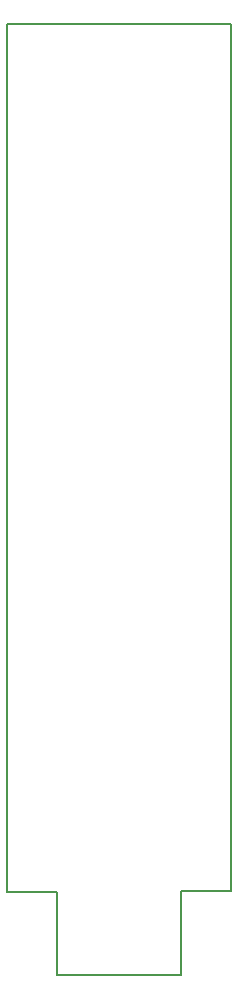
<source format=gbr>
G04 #@! TF.GenerationSoftware,KiCad,Pcbnew,(5.1.5)-3*
G04 #@! TF.CreationDate,2021-05-15T09:32:47-04:00*
G04 #@! TF.ProjectId,opAmp Mic,6f70416d-7020-44d6-9963-2e6b69636164,rev?*
G04 #@! TF.SameCoordinates,Original*
G04 #@! TF.FileFunction,Profile,NP*
%FSLAX46Y46*%
G04 Gerber Fmt 4.6, Leading zero omitted, Abs format (unit mm)*
G04 Created by KiCad (PCBNEW (5.1.5)-3) date 2021-05-15 09:32:47*
%MOMM*%
%LPD*%
G04 APERTURE LIST*
%ADD10C,0.150000*%
G04 APERTURE END LIST*
D10*
X113766600Y-140462000D02*
X124282200Y-140462000D01*
X124282200Y-133350000D02*
X124282200Y-140462000D01*
X128537100Y-133350000D02*
X124282200Y-133350000D01*
X113766600Y-133400800D02*
X109550200Y-133400800D01*
X109537100Y-59947600D02*
X128537100Y-59947600D01*
X128537100Y-59947600D02*
X128537100Y-133350000D01*
X109550200Y-133400800D02*
X109537100Y-59947600D01*
X113766600Y-133400800D02*
X113766600Y-140462000D01*
M02*

</source>
